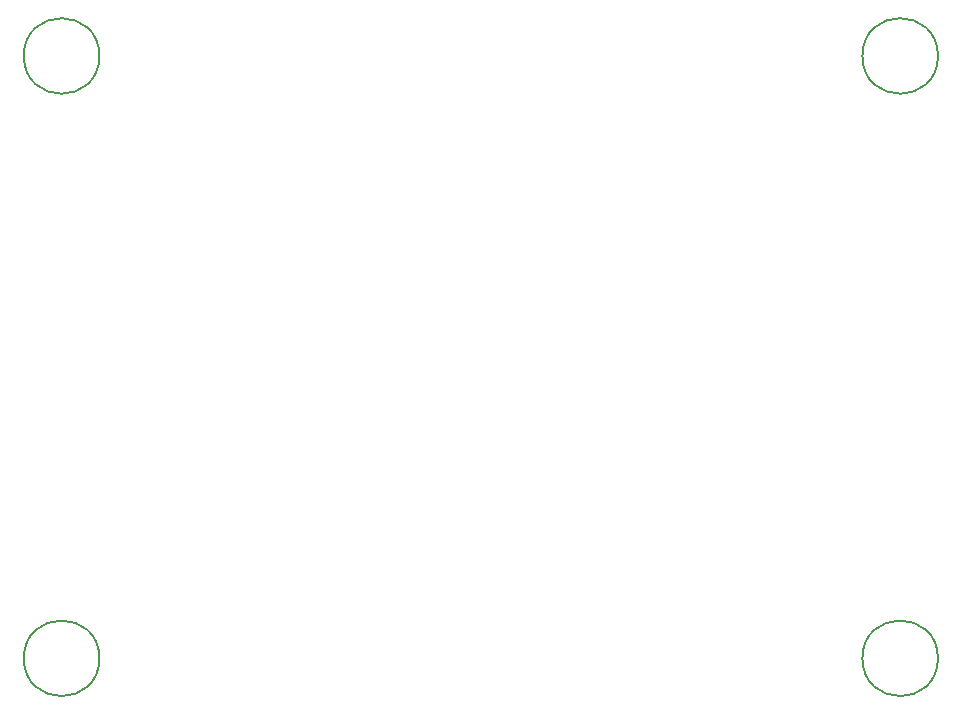
<source format=gbr>
%TF.GenerationSoftware,KiCad,Pcbnew,8.0.2*%
%TF.CreationDate,2024-09-07T15:03:16+02:00*%
%TF.ProjectId,OS-servoDriver_relay,4f532d73-6572-4766-9f44-72697665725f,rev?*%
%TF.SameCoordinates,Original*%
%TF.FileFunction,Other,Comment*%
%FSLAX46Y46*%
G04 Gerber Fmt 4.6, Leading zero omitted, Abs format (unit mm)*
G04 Created by KiCad (PCBNEW 8.0.2) date 2024-09-07 15:03:16*
%MOMM*%
%LPD*%
G01*
G04 APERTURE LIST*
%ADD10C,0.150000*%
G04 APERTURE END LIST*
D10*
%TO.C,REF\u002A\u002A*%
X248700000Y-106000000D02*
G75*
G02*
X242300000Y-106000000I-3200000J0D01*
G01*
X242300000Y-106000000D02*
G75*
G02*
X248700000Y-106000000I3200000J0D01*
G01*
X177700000Y-157000000D02*
G75*
G02*
X171300000Y-157000000I-3200000J0D01*
G01*
X171300000Y-157000000D02*
G75*
G02*
X177700000Y-157000000I3200000J0D01*
G01*
X248700000Y-157000000D02*
G75*
G02*
X242300000Y-157000000I-3200000J0D01*
G01*
X242300000Y-157000000D02*
G75*
G02*
X248700000Y-157000000I3200000J0D01*
G01*
X177700000Y-106000000D02*
G75*
G02*
X171300000Y-106000000I-3200000J0D01*
G01*
X171300000Y-106000000D02*
G75*
G02*
X177700000Y-106000000I3200000J0D01*
G01*
%TD*%
M02*

</source>
